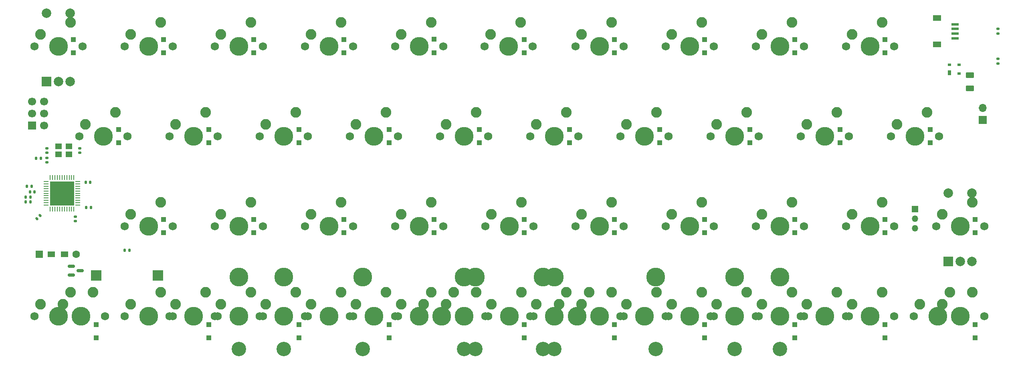
<source format=gbr>
%TF.GenerationSoftware,KiCad,Pcbnew,(7.0.0)*%
%TF.CreationDate,2023-05-29T16:40:41+02:00*%
%TF.ProjectId,Didaktik,44696461-6b74-4696-9b2e-6b696361645f,rev?*%
%TF.SameCoordinates,Original*%
%TF.FileFunction,Soldermask,Bot*%
%TF.FilePolarity,Negative*%
%FSLAX46Y46*%
G04 Gerber Fmt 4.6, Leading zero omitted, Abs format (unit mm)*
G04 Created by KiCad (PCBNEW (7.0.0)) date 2023-05-29 16:40:41*
%MOMM*%
%LPD*%
G01*
G04 APERTURE LIST*
G04 Aperture macros list*
%AMRoundRect*
0 Rectangle with rounded corners*
0 $1 Rounding radius*
0 $2 $3 $4 $5 $6 $7 $8 $9 X,Y pos of 4 corners*
0 Add a 4 corners polygon primitive as box body*
4,1,4,$2,$3,$4,$5,$6,$7,$8,$9,$2,$3,0*
0 Add four circle primitives for the rounded corners*
1,1,$1+$1,$2,$3*
1,1,$1+$1,$4,$5*
1,1,$1+$1,$6,$7*
1,1,$1+$1,$8,$9*
0 Add four rect primitives between the rounded corners*
20,1,$1+$1,$2,$3,$4,$5,0*
20,1,$1+$1,$4,$5,$6,$7,0*
20,1,$1+$1,$6,$7,$8,$9,0*
20,1,$1+$1,$8,$9,$2,$3,0*%
G04 Aperture macros list end*
%ADD10C,1.750000*%
%ADD11C,3.987800*%
%ADD12C,2.250000*%
%ADD13C,3.048000*%
%ADD14R,1.600000X1.200000*%
%ADD15R,1.600000X1.600000*%
%ADD16C,1.600000*%
%ADD17R,2.000000X2.000000*%
%ADD18C,2.000000*%
%ADD19R,1.100000X1.100000*%
%ADD20R,1.350000X1.350000*%
%ADD21O,1.350000X1.350000*%
%ADD22RoundRect,0.140000X0.170000X-0.140000X0.170000X0.140000X-0.170000X0.140000X-0.170000X-0.140000X0*%
%ADD23RoundRect,0.135000X-0.135000X-0.185000X0.135000X-0.185000X0.135000X0.185000X-0.135000X0.185000X0*%
%ADD24R,1.400000X1.200000*%
%ADD25RoundRect,0.062500X-0.475000X-0.062500X0.475000X-0.062500X0.475000X0.062500X-0.475000X0.062500X0*%
%ADD26RoundRect,0.062500X-0.062500X-0.475000X0.062500X-0.475000X0.062500X0.475000X-0.062500X0.475000X0*%
%ADD27R,5.200000X5.200000*%
%ADD28RoundRect,0.150000X-0.587500X-0.150000X0.587500X-0.150000X0.587500X0.150000X-0.587500X0.150000X0*%
%ADD29RoundRect,0.250000X-0.625000X0.375000X-0.625000X-0.375000X0.625000X-0.375000X0.625000X0.375000X0*%
%ADD30RoundRect,0.135000X0.135000X0.185000X-0.135000X0.185000X-0.135000X-0.185000X0.135000X-0.185000X0*%
%ADD31R,1.800000X1.200000*%
%ADD32R,1.550000X0.600000*%
%ADD33C,1.700000*%
%ADD34R,1.700000X1.700000*%
%ADD35RoundRect,0.140000X-0.170000X0.140000X-0.170000X-0.140000X0.170000X-0.140000X0.170000X0.140000X0*%
%ADD36R,2.300000X2.300000*%
%ADD37RoundRect,0.135000X0.185000X-0.135000X0.185000X0.135000X-0.185000X0.135000X-0.185000X-0.135000X0*%
%ADD38R,0.700000X1.000000*%
%ADD39R,0.700000X0.600000*%
%ADD40RoundRect,0.140000X-0.140000X-0.170000X0.140000X-0.170000X0.140000X0.170000X-0.140000X0.170000X0*%
%ADD41O,1.700000X1.700000*%
%ADD42RoundRect,0.140000X0.140000X0.170000X-0.140000X0.170000X-0.140000X-0.170000X0.140000X-0.170000X0*%
%ADD43RoundRect,0.140000X-0.021213X0.219203X-0.219203X0.021213X0.021213X-0.219203X0.219203X-0.021213X0*%
G04 APERTURE END LIST*
D10*
%TO.C,SW33*%
X83820000Y-98425000D03*
D11*
X88900000Y-98425000D03*
D10*
X93980000Y-98425000D03*
D12*
X85090000Y-95885000D03*
X91440000Y-93345000D03*
%TD*%
D10*
%TO.C,SW15*%
X121920000Y-60325000D03*
D11*
X127000000Y-60325000D03*
D10*
X132080000Y-60325000D03*
D12*
X123190000Y-57785000D03*
X129540000Y-55245000D03*
%TD*%
D11*
%TO.C,SW36c1*%
X79375000Y-90170000D03*
D13*
X79375000Y-105410000D03*
D10*
X131445000Y-98425000D03*
D11*
X136525000Y-98425000D03*
D10*
X141605000Y-98425000D03*
D11*
X193675000Y-90170000D03*
D13*
X193675000Y-105410000D03*
D12*
X132715000Y-95885000D03*
X139065000Y-93345000D03*
%TD*%
D10*
%TO.C,SW7*%
X150495000Y-41275000D03*
D11*
X155575000Y-41275000D03*
D10*
X160655000Y-41275000D03*
D12*
X151765000Y-38735000D03*
X158115000Y-36195000D03*
%TD*%
D10*
%TO.C,SW27*%
X169545000Y-79375000D03*
D11*
X174625000Y-79375000D03*
D10*
X179705000Y-79375000D03*
D12*
X170815000Y-76835000D03*
X177165000Y-74295000D03*
%TD*%
D11*
%TO.C,SW34b1*%
X88900000Y-90170000D03*
D13*
X88900000Y-105410000D03*
D10*
X102870000Y-98425000D03*
D11*
X107950000Y-98425000D03*
D10*
X113030000Y-98425000D03*
D11*
X127000000Y-90170000D03*
D13*
X127000000Y-105410000D03*
D12*
X104140000Y-95885000D03*
X110490000Y-93345000D03*
%TD*%
D10*
%TO.C,SW14*%
X102870000Y-60325000D03*
D11*
X107950000Y-60325000D03*
D10*
X113030000Y-60325000D03*
D12*
X104140000Y-57785000D03*
X110490000Y-55245000D03*
%TD*%
D10*
%TO.C,SW33a1*%
X74295000Y-98425000D03*
D11*
X79375000Y-98425000D03*
D10*
X84455000Y-98425000D03*
D12*
X75565000Y-95885000D03*
X81915000Y-93345000D03*
%TD*%
D10*
%TO.C,SW9*%
X188595000Y-41275000D03*
D11*
X193675000Y-41275000D03*
D10*
X198755000Y-41275000D03*
D12*
X189865000Y-38735000D03*
X196215000Y-36195000D03*
%TD*%
D10*
%TO.C,SW29*%
X207645000Y-79375000D03*
D11*
X212725000Y-79375000D03*
D10*
X217805000Y-79375000D03*
D12*
X208915000Y-76835000D03*
X215265000Y-74295000D03*
%TD*%
D10*
%TO.C,SW8*%
X169545000Y-41275000D03*
D11*
X174625000Y-41275000D03*
D10*
X179705000Y-41275000D03*
D12*
X170815000Y-38735000D03*
X177165000Y-36195000D03*
%TD*%
D11*
%TO.C,SW35b1*%
X105568750Y-90170000D03*
D13*
X105568750Y-105410000D03*
D10*
X112395000Y-98425000D03*
D11*
X117475000Y-98425000D03*
D10*
X122555000Y-98425000D03*
D11*
X129381250Y-90170000D03*
D13*
X129381250Y-105410000D03*
D12*
X113665000Y-95885000D03*
X120015000Y-93345000D03*
%TD*%
D10*
%TO.C,SW2*%
X55245000Y-41275000D03*
D11*
X60325000Y-41275000D03*
D10*
X65405000Y-41275000D03*
D12*
X56515000Y-38735000D03*
X62865000Y-36195000D03*
%TD*%
D10*
%TO.C,SW34*%
X102870000Y-98425000D03*
D11*
X107950000Y-98425000D03*
D10*
X113030000Y-98425000D03*
D12*
X104140000Y-95885000D03*
X110490000Y-93345000D03*
%TD*%
D10*
%TO.C,SW24*%
X112395000Y-79375000D03*
D11*
X117475000Y-79375000D03*
D10*
X122555000Y-79375000D03*
D12*
X113665000Y-76835000D03*
X120015000Y-74295000D03*
%TD*%
D10*
%TO.C,SW31*%
X40957500Y-98425000D03*
D11*
X46037500Y-98425000D03*
D10*
X51117500Y-98425000D03*
D12*
X42227500Y-95885000D03*
X48577500Y-93345000D03*
%TD*%
D10*
%TO.C,SW37a1*%
X169545000Y-98425000D03*
D11*
X174625000Y-98425000D03*
D10*
X179705000Y-98425000D03*
D12*
X170815000Y-95885000D03*
X177165000Y-93345000D03*
%TD*%
D10*
%TO.C,SW20*%
X217170000Y-60325000D03*
D11*
X222250000Y-60325000D03*
D10*
X227330000Y-60325000D03*
D12*
X218440000Y-57785000D03*
X224790000Y-55245000D03*
%TD*%
D10*
%TO.C,SW5*%
X112395000Y-41275000D03*
D11*
X117475000Y-41275000D03*
D10*
X122555000Y-41275000D03*
D12*
X113665000Y-38735000D03*
X120015000Y-36195000D03*
%TD*%
D14*
%TO.C,R5*%
X39747999Y-85343999D03*
D15*
X37247999Y-85343999D03*
D16*
X45048000Y-85344000D03*
D14*
X42547999Y-85343999D03*
%TD*%
D10*
%TO.C,SW40a1*%
X226695000Y-98425000D03*
D11*
X231775000Y-98425000D03*
D10*
X236855000Y-98425000D03*
D12*
X227965000Y-95885000D03*
X234315000Y-93345000D03*
%TD*%
D10*
%TO.C,SW35*%
X121920000Y-98425000D03*
D11*
X127000000Y-98425000D03*
D10*
X132080000Y-98425000D03*
D12*
X123190000Y-95885000D03*
X129540000Y-93345000D03*
%TD*%
D10*
%TO.C,SW31a1*%
X36195000Y-98425000D03*
D11*
X41275000Y-98425000D03*
D10*
X46355000Y-98425000D03*
D12*
X37465000Y-95885000D03*
X43815000Y-93345000D03*
%TD*%
D10*
%TO.C,SW38*%
X179070000Y-98425000D03*
D11*
X184150000Y-98425000D03*
D10*
X189230000Y-98425000D03*
D12*
X180340000Y-95885000D03*
X186690000Y-93345000D03*
%TD*%
D10*
%TO.C,SW12*%
X64770000Y-60325000D03*
D11*
X69850000Y-60325000D03*
D10*
X74930000Y-60325000D03*
D12*
X66040000Y-57785000D03*
X72390000Y-55245000D03*
%TD*%
D10*
%TO.C,SW22*%
X74295000Y-79375000D03*
D11*
X79375000Y-79375000D03*
D10*
X84455000Y-79375000D03*
D12*
X75565000Y-76835000D03*
X81915000Y-74295000D03*
%TD*%
D10*
%TO.C,SW36a1*%
X145732500Y-98425000D03*
D11*
X150812500Y-98425000D03*
D10*
X155892500Y-98425000D03*
D12*
X147002500Y-95885000D03*
X153352500Y-93345000D03*
%TD*%
D11*
%TO.C,SW36b1*%
X143668750Y-90170000D03*
D13*
X143668750Y-105410000D03*
D10*
X150495000Y-98425000D03*
D11*
X155575000Y-98425000D03*
D10*
X160655000Y-98425000D03*
D11*
X167481250Y-90170000D03*
D13*
X167481250Y-105410000D03*
D12*
X151765000Y-95885000D03*
X158115000Y-93345000D03*
%TD*%
D10*
%TO.C,SW10*%
X207645000Y-41275000D03*
D11*
X212725000Y-41275000D03*
D10*
X217805000Y-41275000D03*
D12*
X208915000Y-38735000D03*
X215265000Y-36195000D03*
%TD*%
D11*
%TO.C,SW35c1*%
X88900000Y-90170000D03*
D13*
X88900000Y-105410000D03*
D10*
X131445000Y-98425000D03*
D11*
X136525000Y-98425000D03*
D10*
X141605000Y-98425000D03*
D11*
X184150000Y-90170000D03*
D13*
X184150000Y-105410000D03*
D12*
X132715000Y-95885000D03*
X139065000Y-93345000D03*
%TD*%
D10*
%TO.C,SW6*%
X131318000Y-41275000D03*
D11*
X136398000Y-41275000D03*
D10*
X141478000Y-41275000D03*
D12*
X132588000Y-38735000D03*
X138938000Y-36195000D03*
%TD*%
D10*
%TO.C,SW19*%
X198120000Y-60325000D03*
D11*
X203200000Y-60325000D03*
D10*
X208280000Y-60325000D03*
D12*
X199390000Y-57785000D03*
X205740000Y-55245000D03*
%TD*%
D10*
%TO.C,SW3*%
X74295000Y-41275000D03*
D11*
X79375000Y-41275000D03*
D10*
X84455000Y-41275000D03*
D12*
X75565000Y-38735000D03*
X81915000Y-36195000D03*
%TD*%
D10*
%TO.C,SW17*%
X160020000Y-60325000D03*
D11*
X165100000Y-60325000D03*
D10*
X170180000Y-60325000D03*
D12*
X161290000Y-57785000D03*
X167640000Y-55245000D03*
%TD*%
D10*
%TO.C,SW39*%
X198120000Y-98425000D03*
D11*
X203200000Y-98425000D03*
D10*
X208280000Y-98425000D03*
D12*
X199390000Y-95885000D03*
X205740000Y-93345000D03*
%TD*%
D10*
%TO.C,SW11*%
X45720000Y-60325000D03*
D11*
X50800000Y-60325000D03*
D10*
X55880000Y-60325000D03*
D12*
X46990000Y-57785000D03*
X53340000Y-55245000D03*
%TD*%
D10*
%TO.C,SW21*%
X55245000Y-79375000D03*
D11*
X60325000Y-79375000D03*
D10*
X65405000Y-79375000D03*
D12*
X56515000Y-76835000D03*
X62865000Y-74295000D03*
%TD*%
D10*
%TO.C,SW16*%
X140970000Y-60325000D03*
D11*
X146050000Y-60325000D03*
D10*
X151130000Y-60325000D03*
D12*
X142240000Y-57785000D03*
X148590000Y-55245000D03*
%TD*%
D10*
%TO.C,SW18*%
X179070000Y-60325000D03*
D11*
X184150000Y-60325000D03*
D10*
X189230000Y-60325000D03*
D12*
X180340000Y-57785000D03*
X186690000Y-55245000D03*
%TD*%
D17*
%TO.C,SW42*%
X229274999Y-86874999D03*
D18*
X234275000Y-86875000D03*
X231775000Y-86875000D03*
X234275000Y-72375000D03*
X229275000Y-72375000D03*
%TD*%
D10*
%TO.C,SW32a1*%
X55245000Y-98425000D03*
D11*
X60325000Y-98425000D03*
D10*
X65405000Y-98425000D03*
D12*
X56515000Y-95885000D03*
X62865000Y-93345000D03*
%TD*%
D11*
%TO.C,SW37b1*%
X146050000Y-90170000D03*
D13*
X146050000Y-105410000D03*
D10*
X160020000Y-98425000D03*
D11*
X165100000Y-98425000D03*
D10*
X170180000Y-98425000D03*
D11*
X184150000Y-90170000D03*
D13*
X184150000Y-105410000D03*
D12*
X161290000Y-95885000D03*
X167640000Y-93345000D03*
%TD*%
D10*
%TO.C,SW34a1*%
X93345000Y-98425000D03*
D11*
X98425000Y-98425000D03*
D10*
X103505000Y-98425000D03*
D12*
X94615000Y-95885000D03*
X100965000Y-93345000D03*
%TD*%
D10*
%TO.C,SW36*%
X140970000Y-98425000D03*
D11*
X146050000Y-98425000D03*
D10*
X151130000Y-98425000D03*
D12*
X142240000Y-95885000D03*
X148590000Y-93345000D03*
%TD*%
D10*
%TO.C,SW28*%
X188595000Y-79375000D03*
D11*
X193675000Y-79375000D03*
D10*
X198755000Y-79375000D03*
D12*
X189865000Y-76835000D03*
X196215000Y-74295000D03*
%TD*%
D10*
%TO.C,SW1*%
X36195000Y-41275000D03*
D11*
X41275000Y-41275000D03*
D10*
X46355000Y-41275000D03*
D12*
X37465000Y-38735000D03*
X43815000Y-36195000D03*
%TD*%
D10*
%TO.C,SW40*%
X221932500Y-98425000D03*
D11*
X227012500Y-98425000D03*
D10*
X232092500Y-98425000D03*
D12*
X223202500Y-95885000D03*
X229552500Y-93345000D03*
%TD*%
D10*
%TO.C,SW39a1*%
X207645000Y-98425000D03*
D11*
X212725000Y-98425000D03*
D10*
X217805000Y-98425000D03*
D12*
X208915000Y-95885000D03*
X215265000Y-93345000D03*
%TD*%
D10*
%TO.C,SW37*%
X160020000Y-98425000D03*
D11*
X165100000Y-98425000D03*
D10*
X170180000Y-98425000D03*
D12*
X161290000Y-95885000D03*
X167640000Y-93345000D03*
%TD*%
D10*
%TO.C,SW4*%
X93345000Y-41275000D03*
D11*
X98425000Y-41275000D03*
D10*
X103505000Y-41275000D03*
D12*
X94615000Y-38735000D03*
X100965000Y-36195000D03*
%TD*%
D10*
%TO.C,SW35a1*%
X117157500Y-98425000D03*
D11*
X122237500Y-98425000D03*
D10*
X127317500Y-98425000D03*
D12*
X118427500Y-95885000D03*
X124777500Y-93345000D03*
%TD*%
D10*
%TO.C,SW32*%
X64770000Y-98425000D03*
D11*
X69850000Y-98425000D03*
D10*
X74930000Y-98425000D03*
D12*
X66040000Y-95885000D03*
X72390000Y-93345000D03*
%TD*%
D10*
%TO.C,SW26*%
X150495000Y-79375000D03*
D11*
X155575000Y-79375000D03*
D10*
X160655000Y-79375000D03*
D12*
X151765000Y-76835000D03*
X158115000Y-74295000D03*
%TD*%
D10*
%TO.C,SW30*%
X226695000Y-79375000D03*
D11*
X231775000Y-79375000D03*
D10*
X236855000Y-79375000D03*
D12*
X227965000Y-76835000D03*
X234315000Y-74295000D03*
%TD*%
D10*
%TO.C,SW38a1*%
X188595000Y-98425000D03*
D11*
X193675000Y-98425000D03*
D10*
X198755000Y-98425000D03*
D12*
X189865000Y-95885000D03*
X196215000Y-93345000D03*
%TD*%
D10*
%TO.C,SW13*%
X83820000Y-60325000D03*
D11*
X88900000Y-60325000D03*
D10*
X93980000Y-60325000D03*
D12*
X85090000Y-57785000D03*
X91440000Y-55245000D03*
%TD*%
D17*
%TO.C,SW41*%
X38774999Y-48774999D03*
D18*
X43775000Y-48775000D03*
X41275000Y-48775000D03*
X43775000Y-34275000D03*
X38775000Y-34275000D03*
%TD*%
D10*
%TO.C,SW25*%
X131445000Y-79375000D03*
D11*
X136525000Y-79375000D03*
D10*
X141605000Y-79375000D03*
D12*
X132715000Y-76835000D03*
X139065000Y-74295000D03*
%TD*%
D10*
%TO.C,SW23*%
X93345000Y-79375000D03*
D11*
X98425000Y-79375000D03*
D10*
X103505000Y-79375000D03*
D12*
X94615000Y-76835000D03*
X100965000Y-74295000D03*
%TD*%
D19*
%TO.C,D29*%
X177799999Y-102999999D03*
X177799999Y-100199999D03*
%TD*%
D20*
%TO.C,J3*%
X222249999Y-75787499D03*
D21*
X222249999Y-77787499D03*
X222249999Y-79787499D03*
%TD*%
D19*
%TO.C,D6*%
X73024999Y-61724999D03*
X73024999Y-58924999D03*
%TD*%
D22*
%TO.C,C1*%
X38798500Y-65885000D03*
X38798500Y-64925000D03*
%TD*%
D19*
%TO.C,D14*%
X111124999Y-61724999D03*
X111124999Y-58924999D03*
%TD*%
%TO.C,D40*%
X234949999Y-80774999D03*
X234949999Y-77974999D03*
%TD*%
%TO.C,D8*%
X73024999Y-102999999D03*
X73024999Y-100199999D03*
%TD*%
%TO.C,D3*%
X63499999Y-80774999D03*
X63499999Y-77974999D03*
%TD*%
%TO.C,D36*%
X215899999Y-80774999D03*
X215899999Y-77974999D03*
%TD*%
%TO.C,D32*%
X196849999Y-80774999D03*
X196849999Y-77974999D03*
%TD*%
D22*
%TO.C,C4*%
X38798500Y-63817250D03*
X38798500Y-62857250D03*
%TD*%
D19*
%TO.C,D1*%
X44449999Y-42674999D03*
X44449999Y-39874999D03*
%TD*%
D23*
%TO.C,R4*%
X47115000Y-75438000D03*
X48135000Y-75438000D03*
%TD*%
D24*
%TO.C,Y1*%
X43454499Y-64187249D03*
X41254499Y-64187249D03*
X41254499Y-62487249D03*
X43454499Y-62487249D03*
%TD*%
D19*
%TO.C,D15*%
X120649999Y-80774999D03*
X120649999Y-77974999D03*
%TD*%
D25*
%TO.C,U1*%
X38699500Y-74917750D03*
X38699500Y-74417750D03*
X38699500Y-73917750D03*
X38699500Y-73417750D03*
X38699500Y-72917750D03*
X38699500Y-72417750D03*
X38699500Y-71917750D03*
X38699500Y-71417750D03*
X38699500Y-70917750D03*
X38699500Y-70417750D03*
X38699500Y-69917750D03*
D26*
X39537000Y-69080250D03*
X40037000Y-69080250D03*
X40537000Y-69080250D03*
X41037000Y-69080250D03*
X41537000Y-69080250D03*
X42037000Y-69080250D03*
X42537000Y-69080250D03*
X43037000Y-69080250D03*
X43537000Y-69080250D03*
X44037000Y-69080250D03*
X44537000Y-69080250D03*
D25*
X45374500Y-69917750D03*
X45374500Y-70417750D03*
X45374500Y-70917750D03*
X45374500Y-71417750D03*
X45374500Y-71917750D03*
X45374500Y-72417750D03*
X45374500Y-72917750D03*
X45374500Y-73417750D03*
X45374500Y-73917750D03*
X45374500Y-74417750D03*
X45374500Y-74917750D03*
D26*
X44537000Y-75755250D03*
X44037000Y-75755250D03*
X43537000Y-75755250D03*
X43037000Y-75755250D03*
X42537000Y-75755250D03*
X42037000Y-75755250D03*
X41537000Y-75755250D03*
X41037000Y-75755250D03*
X40537000Y-75755250D03*
X40037000Y-75755250D03*
X39537000Y-75755250D03*
D27*
X42036999Y-72417749D03*
%TD*%
D28*
%TO.C,Q1*%
X44020500Y-89723000D03*
X44020500Y-87823000D03*
X45895500Y-88773000D03*
%TD*%
D19*
%TO.C,D34*%
X196849999Y-42674999D03*
X196849999Y-39874999D03*
%TD*%
%TO.C,D23*%
X158749999Y-80774999D03*
X158749999Y-77974999D03*
%TD*%
%TO.C,D21*%
X139699999Y-42674999D03*
X139699999Y-39874999D03*
%TD*%
%TO.C,D39*%
X225424999Y-61724999D03*
X225424999Y-58924999D03*
%TD*%
%TO.C,D30*%
X177799999Y-42674999D03*
X177799999Y-39874999D03*
%TD*%
%TO.C,D41*%
X234949999Y-102999999D03*
X234949999Y-100199999D03*
%TD*%
%TO.C,D20*%
X139699999Y-102999999D03*
X139699999Y-100199999D03*
%TD*%
%TO.C,D24*%
X158749999Y-102999999D03*
X158749999Y-100199999D03*
%TD*%
D29*
%TO.C,F1*%
X233807000Y-47368000D03*
X233807000Y-50168000D03*
%TD*%
D19*
%TO.C,D26*%
X158749999Y-42674999D03*
X158749999Y-39874999D03*
%TD*%
D30*
%TO.C,R6*%
X56263000Y-84505577D03*
X55243000Y-84505577D03*
%TD*%
D19*
%TO.C,D22*%
X149224999Y-61724999D03*
X149224999Y-58924999D03*
%TD*%
D31*
%TO.C,J1*%
X226849999Y-40899999D03*
X226849999Y-35299999D03*
D32*
X230724999Y-39599999D03*
X230724999Y-38599999D03*
X230724999Y-37599999D03*
X230724999Y-36599999D03*
%TD*%
D19*
%TO.C,D13*%
X101599999Y-42674999D03*
X101599999Y-39874999D03*
%TD*%
D33*
%TO.C,J2*%
X38227000Y-52959000D03*
X35687000Y-52959000D03*
X38227000Y-55499000D03*
X35687000Y-55499000D03*
X38227000Y-58039000D03*
D34*
X35686999Y-58038999D03*
%TD*%
D35*
%TO.C,C3*%
X45783500Y-62857250D03*
X45783500Y-63817250D03*
%TD*%
D19*
%TO.C,D7*%
X82549999Y-80774999D03*
X82549999Y-77974999D03*
%TD*%
%TO.C,D4*%
X49212499Y-102999999D03*
X49212499Y-100199999D03*
%TD*%
D23*
%TO.C,R2*%
X34351500Y-73243250D03*
X35371500Y-73243250D03*
%TD*%
D19*
%TO.C,D38*%
X215899999Y-42674999D03*
X215899999Y-39874999D03*
%TD*%
D23*
%TO.C,R3*%
X36574000Y-65024000D03*
X37594000Y-65024000D03*
%TD*%
D19*
%TO.C,D31*%
X187324999Y-61724999D03*
X187324999Y-58924999D03*
%TD*%
%TO.C,D2*%
X53974999Y-61724999D03*
X53974999Y-58924999D03*
%TD*%
D36*
%TO.C,LS1*%
X62252999Y-89788999D03*
X49252999Y-89788999D03*
%TD*%
D19*
%TO.C,D9*%
X82549999Y-42674999D03*
X82549999Y-39874999D03*
%TD*%
%TO.C,D12*%
X92074999Y-102999999D03*
X92074999Y-100199999D03*
%TD*%
%TO.C,D35*%
X206374999Y-61724999D03*
X206374999Y-58924999D03*
%TD*%
D37*
%TO.C,R9*%
X239769074Y-38610000D03*
X239769074Y-37590000D03*
%TD*%
D19*
%TO.C,D33*%
X196849999Y-102999999D03*
X196849999Y-100199999D03*
%TD*%
%TO.C,D17*%
X120649999Y-42612499D03*
X120649999Y-39812499D03*
%TD*%
%TO.C,D27*%
X168274999Y-61724999D03*
X168274999Y-58924999D03*
%TD*%
D38*
%TO.C,D25*%
X229504999Y-46850999D03*
D39*
X229504999Y-45150999D03*
X231504999Y-45150999D03*
X231504999Y-47050999D03*
%TD*%
D19*
%TO.C,D16*%
X111124999Y-102999999D03*
X111124999Y-100199999D03*
%TD*%
%TO.C,D28*%
X177799999Y-80774999D03*
X177799999Y-77974999D03*
%TD*%
%TO.C,D18*%
X130174999Y-61724999D03*
X130174999Y-58924999D03*
%TD*%
D37*
%TO.C,R8*%
X239712500Y-44960000D03*
X239712500Y-43940000D03*
%TD*%
D19*
%TO.C,D5*%
X63499999Y-42674999D03*
X63499999Y-39874999D03*
%TD*%
%TO.C,D19*%
X139699999Y-80774999D03*
X139699999Y-77974999D03*
%TD*%
D40*
%TO.C,C5*%
X47018000Y-70104000D03*
X47978000Y-70104000D03*
%TD*%
D19*
%TO.C,D10*%
X92074999Y-61724999D03*
X92074999Y-58924999D03*
%TD*%
D23*
%TO.C,R1*%
X34351500Y-74259250D03*
X35371500Y-74259250D03*
%TD*%
D34*
%TO.C,SW_Reset2*%
X236537499Y-56837499D03*
D41*
X236537499Y-54297499D03*
%TD*%
D35*
%TO.C,C7*%
X44831000Y-77371000D03*
X44831000Y-78331000D03*
%TD*%
D42*
%TO.C,C6*%
X36230500Y-72100250D03*
X35270500Y-72100250D03*
%TD*%
D19*
%TO.C,D37*%
X215899999Y-102999999D03*
X215899999Y-100199999D03*
%TD*%
D43*
%TO.C,C2*%
X37359911Y-77094839D03*
X36681089Y-77773661D03*
%TD*%
D42*
%TO.C,C8*%
X35595500Y-70957250D03*
X34635500Y-70957250D03*
%TD*%
D19*
%TO.C,D11*%
X101599999Y-80774999D03*
X101599999Y-77974999D03*
%TD*%
M02*

</source>
